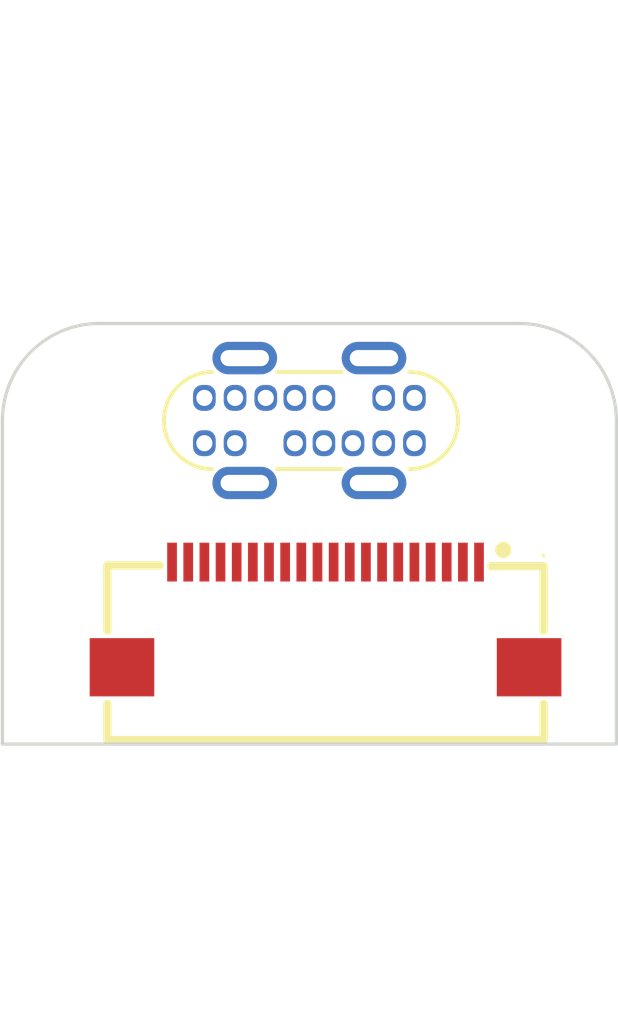
<source format=kicad_pcb>
(kicad_pcb (version 20221018) (generator pcbnew)
  (layers (0 "F.Cu" signal) (31 "B.Cu" signal) (34 "B.Paste" user) (35 "F.Paste" user) (36 "B.SilkS" user "B.Silkscreen") (37 "F.SilkS" user "F.Silkscreen") (38 "B.Mask" user) (39 "F.Mask" user) (44 "Edge.Cuts" user))
  (net 0 "")
  (net 1 "Net-(J1-Pin_13)")
  (net 2 "Net-(J1-Pin_11)")
  (net 3 "Net-(J1-Pin_10)")
  (net 4 "Net-(J1-Pin_1)")
  (footprint "USBC_USB2_panel_mount_sub_board:FPC-SMD_20P-P0.50_FPC-05FB-20PH20" (layer "F.Cu") (at 155.5 107)
    (fp_text reference "J1" hide)
    (fp_text value "Conn_01x20")
    (fp_line (start -6.752908 -1.523952) (end -5.131064 -1.523952) (stroke (width 0.254)) (layer "F.SilkS"))
    (fp_line (start -6.752908 0.493904) (end -6.752908 -1.523952) (stroke (width 0.254)) (layer "F.SilkS"))
    (fp_line (start -6.752908 3.875032) (end -6.752908 2.756185) (stroke (width 0.254)) (layer "F.SilkS"))
    (fp_line (start 6.750114 -1.499949) (end 5.131242 -1.499949) (stroke (width 0.254)) (layer "F.SilkS"))
    (fp_line (start 6.750114 0.493904) (end 6.750114 -1.499949) (stroke (width 0.254)) (layer "F.SilkS"))
    (fp_line (start 6.750114 3.875032) (end -6.752908 3.875032) (stroke (width 0.254)) (layer "F.SilkS"))
    (fp_line (start 6.750114 3.875032) (end 6.750114 2.756185) (stroke (width 0.254)) (layer "F.SilkS"))
    (fp_circle (center 5.5 -1.999873) (end 5.627 -1.999873) (stroke (width 0.254)) (fill none) (layer "F.SilkS"))
    (fp_circle (center 6.750165 -1.819964) (end 6.780163 -1.819964) (stroke (width 0.059995)) (fill none) (layer "F.SilkS"))
    (pad "1" smd rect (at 4.750191 -1.624968) (size 0.3 1.2) (layers "F.Cu" "F.Paste" "F.Mask") (net 4 "Net-(J1-Pin_1)"))
    (pad "2" smd rect (at 4.250064 -1.624968) (size 0.3 1.2) (layers "F.Cu" "F.Paste" "F.Mask") (net 4 "Net-(J1-Pin_1)"))
    (pad "3" smd rect (at 3.750191 -1.624968) (size 0.3 1.2) (layers "F.Cu" "F.Paste" "F.Mask") (net 4 "Net-(J1-Pin_1)"))
    (pad "4" smd rect (at 3.250064 -1.624968) (size 0.3 1.2) (layers "F.Cu" "F.Paste" "F.Mask") (net 4 "Net-(J1-Pin_1)"))
    (pad "5" smd rect (at 2.750191 -1.624968) (size 0.3 1.2) (layers "F.Cu" "F.Paste" "F.Mask") (net 4 "Net-(J1-Pin_1)"))
    (pad "6" smd rect (at 2.250064 -1.624968) (size 0.3 1.2) (layers "F.Cu" "F.Paste" "F.Mask") (net 4 "Net-(J1-Pin_1)"))
    (pad "7" smd rect (at 1.750191 -1.624968) (size 0.3 1.2) (layers "F.Cu" "F.Paste" "F.Mask") (net 4 "Net-(J1-Pin_1)"))
    (pad "8" smd rect (at 1.250064 -1.624968) (size 0.3 1.2) (layers "F.Cu" "F.Paste" "F.Mask") (net 4 "Net-(J1-Pin_1)"))
    (pad "9" smd rect (at 0.750191 -1.624968) (size 0.3 1.2) (layers "F.Cu" "F.Paste" "F.Mask") (net 3 "Net-(J1-Pin_10)"))
    (pad "10" smd rect (at 0.250064 -1.624968) (size 0.3 1.2) (layers "F.Cu" "F.Paste" "F.Mask") (net 3 "Net-(J1-Pin_10)"))
    (pad "11" smd rect (at -0.249809 -1.624968) (size 0.3 1.2) (layers "F.Cu" "F.Paste" "F.Mask") (net 2 "Net-(J1-Pin_11)"))
    (pad "12" smd rect (at -0.749936 -1.624968) (size 0.3 1.2) (layers "F.Cu" "F.Paste" "F.Mask") (net 2 "Net-(J1-Pin_11)"))
    (pad "13" smd rect (at -1.249809 -1.624968) (size 0.3 1.2) (layers "F.Cu" "F.Paste" "F.Mask") (net 1 "Net-(J1-Pin_13)"))
    (pad "14" smd rect (at -1.749936 -1.624968) (size 0.3 1.2) (layers "F.Cu" "F.Paste" "F.Mask") (net 1 "Net-(J1-Pin_13)"))
    (pad "15" smd rect (at -2.249809 -1.624968) (size 0.3 1.2) (layers "F.Cu" "F.Paste" "F.Mask") (net 1 "Net-(J1-Pin_13)"))
    (pad "16" smd rect (at -2.749936 -1.624968) (size 0.3 1.2) (layers "F.Cu" "F.Paste" "F.Mask") (net 1 "Net-(J1-Pin_13)"))
    (pad "17" smd rect (at -3.249809 -1.624968) (size 0.3 1.2) (layers "F.Cu" "F.Paste" "F.Mask") (net 1 "Net-(J1-Pin_13)"))
    (pad "18" smd rect (at -3.749936 -1.624968) (size 0.3 1.2) (layers "F.Cu" "F.Paste" "F.Mask") (net 1 "Net-(J1-Pin_13)"))
    (pad "19" smd rect (at -4.249809 -1.624968) (size 0.3 1.2) (layers "F.Cu" "F.Paste" "F.Mask") (net 1 "Net-(J1-Pin_13)"))
    (pad "20" smd rect (at -4.749936 -1.624968) (size 0.3 1.2) (layers "F.Cu" "F.Paste" "F.Mask") (net 1 "Net-(J1-Pin_13)"))
    (pad "21" smd rect (at -6.300102 1.624968) (size 2 1.8) (layers "F.Cu" "F.Paste" "F.Mask"))
    (pad "22" smd rect (at 6.300102 1.624968) (size 2 1.8) (layers "F.Cu" "F.Paste" "F.Mask"))
  )
  (footprint "MountingHole:MountingHole_2.2mm_M2_DIN965" (layer "F.Cu") (at 162 101)
    (fp_text reference "REF**" hide)
    (fp_text value "MountingHole_2.2mm_M2_DIN965" hide)
    (pad "" np_thru_hole circle (at 0 0) (size 2.2 2.2) (drill 2.2) (layers "*.Cu" "*.Mask"))
  )
  (footprint "MountingHole:MountingHole_2.2mm_M2_DIN965" (layer "F.Cu") (at 148 101)
    (fp_text reference "REF**" hide)
    (fp_text value "MountingHole_2.2mm_M2_DIN965" hide)
    (pad "" np_thru_hole circle (at 0 0) (size 2.2 2.2) (drill 2.2) (layers "*.Cu" "*.Mask"))
  )
  (footprint "USBC_USB2_panel_mount_sub_board:918-418K2022Y40000" (layer "F.Cu") (at 155 101 180)
    (fp_text reference "J2" hide)
    (fp_text value "USB_C_Receptacle_USB2.0" hide)
    (fp_line (start -1 -1.5) (end 1 -1.5) (stroke (width 0.12)) (layer "F.SilkS"))
    (fp_line (start -1 1.5) (end 1 1.5) (stroke (width 0.12)) (layer "F.SilkS"))
    (fp_arc (start -3.1 1.5) (mid -4.6 0) (end -3.1 -1.5) (stroke (width 0.12)) (layer "F.SilkS"))
    (fp_arc (start 3 -1.5) (mid 4.5 0) (end 3 1.5) (stroke (width 0.12)) (layer "F.SilkS"))
    (pad "A1" thru_hole roundrect (at -3.25 -0.7 180) (size 0.7 0.8) (drill 0.5) (layers "*.Cu" "*.Mask") (roundrect_rratio 0.4) (net 4 "Net-(J1-Pin_1)"))
    (pad "A1" thru_hole roundrect (at -3.25 0.7 180) (size 0.7 0.8) (drill 0.5) (layers "*.Cu" "*.Mask") (roundrect_rratio 0.4) (net 4 "Net-(J1-Pin_1)"))
    (pad "A1" thru_hole roundrect (at 3.25 -0.7 180) (size 0.7 0.8) (drill 0.5) (layers "*.Cu" "*.Mask") (roundrect_rratio 0.4) (net 4 "Net-(J1-Pin_1)"))
    (pad "A1" thru_hole roundrect (at 3.25 0.7 180) (size 0.7 0.8) (drill 0.5) (layers "*.Cu" "*.Mask") (roundrect_rratio 0.4) (net 4 "Net-(J1-Pin_1)"))
    (pad "A4" thru_hole roundrect (at -2.3 -0.7 180) (size 0.7 0.8) (drill 0.5) (layers "*.Cu" "*.Mask") (roundrect_rratio 0.4) (net 1 "Net-(J1-Pin_13)"))
    (pad "A4" thru_hole roundrect (at -2.3 0.7 180) (size 0.7 0.8) (drill 0.5) (layers "*.Cu" "*.Mask") (roundrect_rratio 0.4) (net 1 "Net-(J1-Pin_13)"))
    (pad "A4" thru_hole roundrect (at 2.3 -0.7 180) (size 0.7 0.8) (drill 0.5) (layers "*.Cu" "*.Mask") (roundrect_rratio 0.4) (net 1 "Net-(J1-Pin_13)"))
    (pad "A4" thru_hole roundrect (at 2.3 0.7 180) (size 0.7 0.8) (drill 0.5) (layers "*.Cu" "*.Mask") (roundrect_rratio 0.4) (net 1 "Net-(J1-Pin_13)"))
    (pad "A5" thru_hole roundrect (at -1.35 -0.7 180) (size 0.7 0.8) (drill 0.5) (layers "*.Cu" "*.Mask") (roundrect_rratio 0.4))
    (pad "A6" thru_hole roundrect (at -0.45 -0.7 180) (size 0.7 0.8) (drill 0.5) (layers "*.Cu" "*.Mask") (roundrect_rratio 0.4) (net 3 "Net-(J1-Pin_10)"))
    (pad "A7" thru_hole roundrect (at 0.45 -0.7 180) (size 0.7 0.8) (drill 0.5) (layers "*.Cu" "*.Mask") (roundrect_rratio 0.4) (net 2 "Net-(J1-Pin_11)"))
    (pad "B5" thru_hole roundrect (at 1.35 0.7 180) (size 0.7 0.8) (drill 0.5) (layers "*.Cu" "*.Mask") (roundrect_rratio 0.4))
    (pad "B6" thru_hole roundrect (at 0.45 0.7 180) (size 0.7 0.8) (drill 0.5) (layers "*.Cu" "*.Mask") (roundrect_rratio 0.4) (net 3 "Net-(J1-Pin_10)"))
    (pad "B7" thru_hole roundrect (at -0.45 0.7 180) (size 0.7 0.8) (drill 0.5) (layers "*.Cu" "*.Mask") (roundrect_rratio 0.4) (net 2 "Net-(J1-Pin_11)"))
    (pad "S1" thru_hole oval (at -2 -1.93 180) (size 2 1) (drill oval 1.5 0.5) (layers "*.Cu" "*.Mask") (net 4 "Net-(J1-Pin_1)"))
    (pad "S1" thru_hole oval (at -2 1.93 180) (size 2 1) (drill oval 1.5 0.5) (layers "*.Cu" "*.Mask") (net 4 "Net-(J1-Pin_1)"))
    (pad "S1" thru_hole oval (at 2 -1.93 180) (size 2 1) (drill oval 1.5 0.5) (layers "*.Cu" "*.Mask") (net 4 "Net-(J1-Pin_1)"))
    (pad "S1" thru_hole oval (at 2 1.93 180) (size 2 1) (drill oval 1.5 0.5) (layers "*.Cu" "*.Mask") (net 4 "Net-(J1-Pin_1)"))
  )
  (gr_arc (start 161.5 98) (mid 163.62132 98.87868) (end 164.5 101) (stroke (width 0.1)) (layer "Edge.Cuts"))
  (gr_line (start 145.5 111) (end 145.5 101) (stroke (width 0.1)) (layer "Edge.Cuts"))
  (gr_line (start 161.5 98) (end 148.5 98) (stroke (width 0.1)) (layer "Edge.Cuts"))
  (gr_line (start 164.5 111) (end 164.5 101) (stroke (width 0.1)) (layer "Edge.Cuts"))
  (gr_line (start 145.5 111) (end 164.5 111) (stroke (width 0.1)) (layer "Edge.Cuts"))
  (gr_arc (start 145.5 101) (mid 146.37868 98.87868) (end 148.5 98) (stroke (width 0.1)) (layer "Edge.Cuts"))
)
</source>
